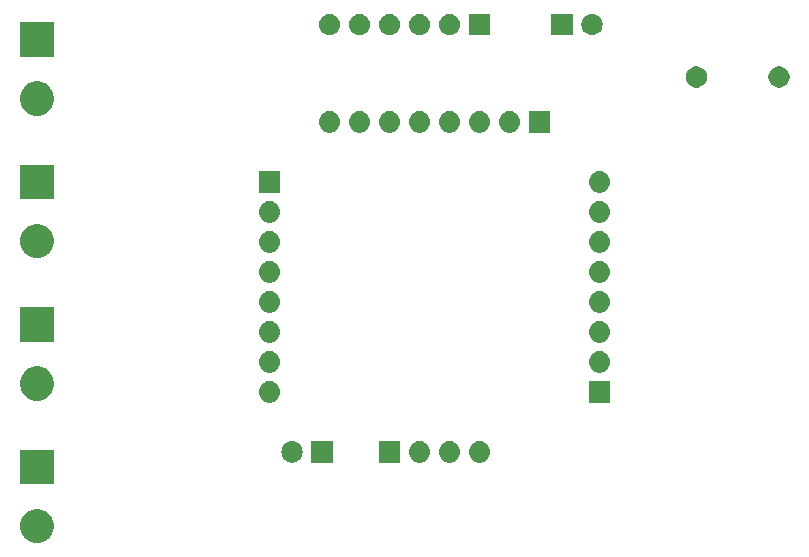
<source format=gbr>
G04 #@! TF.GenerationSoftware,KiCad,Pcbnew,(5.1.0-rc1-103-gc65c7d3de)*
G04 #@! TF.CreationDate,2019-08-30T11:30:51+02:00
G04 #@! TF.ProjectId,pinballControlUnit,70696e62-616c-46c4-936f-6e74726f6c55,rev?*
G04 #@! TF.SameCoordinates,Original*
G04 #@! TF.FileFunction,Soldermask,Bot*
G04 #@! TF.FilePolarity,Negative*
%FSLAX46Y46*%
G04 Gerber Fmt 4.6, Leading zero omitted, Abs format (unit mm)*
G04 Created by KiCad (PCBNEW (5.1.0-rc1-103-gc65c7d3de)) date 2019-08-30 11:30:51*
%MOMM*%
%LPD*%
G04 APERTURE LIST*
%ADD10C,0.100000*%
G04 APERTURE END LIST*
D10*
G36*
X68368241Y-105839760D02*
G01*
X68632305Y-105949139D01*
X68869958Y-106107934D01*
X69072066Y-106310042D01*
X69230861Y-106547695D01*
X69340240Y-106811759D01*
X69396000Y-107092088D01*
X69396000Y-107377912D01*
X69340240Y-107658241D01*
X69230861Y-107922305D01*
X69072066Y-108159958D01*
X68869958Y-108362066D01*
X68632305Y-108520861D01*
X68368241Y-108630240D01*
X68087912Y-108686000D01*
X67802088Y-108686000D01*
X67521759Y-108630240D01*
X67257695Y-108520861D01*
X67020042Y-108362066D01*
X66817934Y-108159958D01*
X66659139Y-107922305D01*
X66549760Y-107658241D01*
X66494000Y-107377912D01*
X66494000Y-107092088D01*
X66549760Y-106811759D01*
X66659139Y-106547695D01*
X66817934Y-106310042D01*
X67020042Y-106107934D01*
X67257695Y-105949139D01*
X67521759Y-105839760D01*
X67802088Y-105784000D01*
X68087912Y-105784000D01*
X68368241Y-105839760D01*
X68368241Y-105839760D01*
G37*
G36*
X69396000Y-103686000D02*
G01*
X66494000Y-103686000D01*
X66494000Y-100784000D01*
X69396000Y-100784000D01*
X69396000Y-103686000D01*
X69396000Y-103686000D01*
G37*
G36*
X100440442Y-100070518D02*
G01*
X100506627Y-100077037D01*
X100676466Y-100128557D01*
X100832991Y-100212222D01*
X100868729Y-100241552D01*
X100970186Y-100324814D01*
X101053448Y-100426271D01*
X101082778Y-100462009D01*
X101166443Y-100618534D01*
X101217963Y-100788373D01*
X101235359Y-100965000D01*
X101217963Y-101141627D01*
X101166443Y-101311466D01*
X101082778Y-101467991D01*
X101053448Y-101503729D01*
X100970186Y-101605186D01*
X100868729Y-101688448D01*
X100832991Y-101717778D01*
X100676466Y-101801443D01*
X100506627Y-101852963D01*
X100440443Y-101859481D01*
X100374260Y-101866000D01*
X100285740Y-101866000D01*
X100219558Y-101859482D01*
X100153373Y-101852963D01*
X99983534Y-101801443D01*
X99827009Y-101717778D01*
X99791271Y-101688448D01*
X99689814Y-101605186D01*
X99606552Y-101503729D01*
X99577222Y-101467991D01*
X99493557Y-101311466D01*
X99442037Y-101141627D01*
X99424641Y-100965000D01*
X99442037Y-100788373D01*
X99493557Y-100618534D01*
X99577222Y-100462009D01*
X99606552Y-100426271D01*
X99689814Y-100324814D01*
X99791271Y-100241552D01*
X99827009Y-100212222D01*
X99983534Y-100128557D01*
X100153373Y-100077037D01*
X100219557Y-100070519D01*
X100285740Y-100064000D01*
X100374260Y-100064000D01*
X100440442Y-100070518D01*
X100440442Y-100070518D01*
G37*
G36*
X98691000Y-101866000D02*
G01*
X96889000Y-101866000D01*
X96889000Y-100064000D01*
X98691000Y-100064000D01*
X98691000Y-101866000D01*
X98691000Y-101866000D01*
G37*
G36*
X92976000Y-101866000D02*
G01*
X91174000Y-101866000D01*
X91174000Y-100064000D01*
X92976000Y-100064000D01*
X92976000Y-101866000D01*
X92976000Y-101866000D01*
G37*
G36*
X89645442Y-100070518D02*
G01*
X89711627Y-100077037D01*
X89881466Y-100128557D01*
X90037991Y-100212222D01*
X90073729Y-100241552D01*
X90175186Y-100324814D01*
X90258448Y-100426271D01*
X90287778Y-100462009D01*
X90371443Y-100618534D01*
X90422963Y-100788373D01*
X90440359Y-100965000D01*
X90422963Y-101141627D01*
X90371443Y-101311466D01*
X90287778Y-101467991D01*
X90258448Y-101503729D01*
X90175186Y-101605186D01*
X90073729Y-101688448D01*
X90037991Y-101717778D01*
X89881466Y-101801443D01*
X89711627Y-101852963D01*
X89645443Y-101859481D01*
X89579260Y-101866000D01*
X89490740Y-101866000D01*
X89424558Y-101859482D01*
X89358373Y-101852963D01*
X89188534Y-101801443D01*
X89032009Y-101717778D01*
X88996271Y-101688448D01*
X88894814Y-101605186D01*
X88811552Y-101503729D01*
X88782222Y-101467991D01*
X88698557Y-101311466D01*
X88647037Y-101141627D01*
X88629641Y-100965000D01*
X88647037Y-100788373D01*
X88698557Y-100618534D01*
X88782222Y-100462009D01*
X88811552Y-100426271D01*
X88894814Y-100324814D01*
X88996271Y-100241552D01*
X89032009Y-100212222D01*
X89188534Y-100128557D01*
X89358373Y-100077037D01*
X89424557Y-100070519D01*
X89490740Y-100064000D01*
X89579260Y-100064000D01*
X89645442Y-100070518D01*
X89645442Y-100070518D01*
G37*
G36*
X105520442Y-100070518D02*
G01*
X105586627Y-100077037D01*
X105756466Y-100128557D01*
X105912991Y-100212222D01*
X105948729Y-100241552D01*
X106050186Y-100324814D01*
X106133448Y-100426271D01*
X106162778Y-100462009D01*
X106246443Y-100618534D01*
X106297963Y-100788373D01*
X106315359Y-100965000D01*
X106297963Y-101141627D01*
X106246443Y-101311466D01*
X106162778Y-101467991D01*
X106133448Y-101503729D01*
X106050186Y-101605186D01*
X105948729Y-101688448D01*
X105912991Y-101717778D01*
X105756466Y-101801443D01*
X105586627Y-101852963D01*
X105520443Y-101859481D01*
X105454260Y-101866000D01*
X105365740Y-101866000D01*
X105299558Y-101859482D01*
X105233373Y-101852963D01*
X105063534Y-101801443D01*
X104907009Y-101717778D01*
X104871271Y-101688448D01*
X104769814Y-101605186D01*
X104686552Y-101503729D01*
X104657222Y-101467991D01*
X104573557Y-101311466D01*
X104522037Y-101141627D01*
X104504641Y-100965000D01*
X104522037Y-100788373D01*
X104573557Y-100618534D01*
X104657222Y-100462009D01*
X104686552Y-100426271D01*
X104769814Y-100324814D01*
X104871271Y-100241552D01*
X104907009Y-100212222D01*
X105063534Y-100128557D01*
X105233373Y-100077037D01*
X105299557Y-100070519D01*
X105365740Y-100064000D01*
X105454260Y-100064000D01*
X105520442Y-100070518D01*
X105520442Y-100070518D01*
G37*
G36*
X102980442Y-100070518D02*
G01*
X103046627Y-100077037D01*
X103216466Y-100128557D01*
X103372991Y-100212222D01*
X103408729Y-100241552D01*
X103510186Y-100324814D01*
X103593448Y-100426271D01*
X103622778Y-100462009D01*
X103706443Y-100618534D01*
X103757963Y-100788373D01*
X103775359Y-100965000D01*
X103757963Y-101141627D01*
X103706443Y-101311466D01*
X103622778Y-101467991D01*
X103593448Y-101503729D01*
X103510186Y-101605186D01*
X103408729Y-101688448D01*
X103372991Y-101717778D01*
X103216466Y-101801443D01*
X103046627Y-101852963D01*
X102980443Y-101859481D01*
X102914260Y-101866000D01*
X102825740Y-101866000D01*
X102759558Y-101859482D01*
X102693373Y-101852963D01*
X102523534Y-101801443D01*
X102367009Y-101717778D01*
X102331271Y-101688448D01*
X102229814Y-101605186D01*
X102146552Y-101503729D01*
X102117222Y-101467991D01*
X102033557Y-101311466D01*
X101982037Y-101141627D01*
X101964641Y-100965000D01*
X101982037Y-100788373D01*
X102033557Y-100618534D01*
X102117222Y-100462009D01*
X102146552Y-100426271D01*
X102229814Y-100324814D01*
X102331271Y-100241552D01*
X102367009Y-100212222D01*
X102523534Y-100128557D01*
X102693373Y-100077037D01*
X102759557Y-100070519D01*
X102825740Y-100064000D01*
X102914260Y-100064000D01*
X102980442Y-100070518D01*
X102980442Y-100070518D01*
G37*
G36*
X87740443Y-94990519D02*
G01*
X87806627Y-94997037D01*
X87976466Y-95048557D01*
X88132991Y-95132222D01*
X88168729Y-95161552D01*
X88270186Y-95244814D01*
X88353448Y-95346271D01*
X88382778Y-95382009D01*
X88466443Y-95538534D01*
X88517963Y-95708373D01*
X88535359Y-95885000D01*
X88517963Y-96061627D01*
X88466443Y-96231466D01*
X88382778Y-96387991D01*
X88353448Y-96423729D01*
X88270186Y-96525186D01*
X88168729Y-96608448D01*
X88132991Y-96637778D01*
X87976466Y-96721443D01*
X87806627Y-96772963D01*
X87740442Y-96779482D01*
X87674260Y-96786000D01*
X87585740Y-96786000D01*
X87519558Y-96779482D01*
X87453373Y-96772963D01*
X87283534Y-96721443D01*
X87127009Y-96637778D01*
X87091271Y-96608448D01*
X86989814Y-96525186D01*
X86906552Y-96423729D01*
X86877222Y-96387991D01*
X86793557Y-96231466D01*
X86742037Y-96061627D01*
X86724641Y-95885000D01*
X86742037Y-95708373D01*
X86793557Y-95538534D01*
X86877222Y-95382009D01*
X86906552Y-95346271D01*
X86989814Y-95244814D01*
X87091271Y-95161552D01*
X87127009Y-95132222D01*
X87283534Y-95048557D01*
X87453373Y-94997037D01*
X87519557Y-94990519D01*
X87585740Y-94984000D01*
X87674260Y-94984000D01*
X87740443Y-94990519D01*
X87740443Y-94990519D01*
G37*
G36*
X116471000Y-96786000D02*
G01*
X114669000Y-96786000D01*
X114669000Y-94984000D01*
X116471000Y-94984000D01*
X116471000Y-96786000D01*
X116471000Y-96786000D01*
G37*
G36*
X68368241Y-93774760D02*
G01*
X68632305Y-93884139D01*
X68869958Y-94042934D01*
X69072066Y-94245042D01*
X69230861Y-94482695D01*
X69340240Y-94746759D01*
X69396000Y-95027088D01*
X69396000Y-95312912D01*
X69340240Y-95593241D01*
X69230861Y-95857305D01*
X69072066Y-96094958D01*
X68869958Y-96297066D01*
X68632305Y-96455861D01*
X68368241Y-96565240D01*
X68087912Y-96621000D01*
X67802088Y-96621000D01*
X67521759Y-96565240D01*
X67257695Y-96455861D01*
X67020042Y-96297066D01*
X66817934Y-96094958D01*
X66659139Y-95857305D01*
X66549760Y-95593241D01*
X66494000Y-95312912D01*
X66494000Y-95027088D01*
X66549760Y-94746759D01*
X66659139Y-94482695D01*
X66817934Y-94245042D01*
X67020042Y-94042934D01*
X67257695Y-93884139D01*
X67521759Y-93774760D01*
X67802088Y-93719000D01*
X68087912Y-93719000D01*
X68368241Y-93774760D01*
X68368241Y-93774760D01*
G37*
G36*
X87740443Y-92450519D02*
G01*
X87806627Y-92457037D01*
X87976466Y-92508557D01*
X88132991Y-92592222D01*
X88168729Y-92621552D01*
X88270186Y-92704814D01*
X88353448Y-92806271D01*
X88382778Y-92842009D01*
X88466443Y-92998534D01*
X88517963Y-93168373D01*
X88535359Y-93345000D01*
X88517963Y-93521627D01*
X88466443Y-93691466D01*
X88382778Y-93847991D01*
X88353448Y-93883729D01*
X88270186Y-93985186D01*
X88168729Y-94068448D01*
X88132991Y-94097778D01*
X87976466Y-94181443D01*
X87806627Y-94232963D01*
X87740443Y-94239481D01*
X87674260Y-94246000D01*
X87585740Y-94246000D01*
X87519557Y-94239481D01*
X87453373Y-94232963D01*
X87283534Y-94181443D01*
X87127009Y-94097778D01*
X87091271Y-94068448D01*
X86989814Y-93985186D01*
X86906552Y-93883729D01*
X86877222Y-93847991D01*
X86793557Y-93691466D01*
X86742037Y-93521627D01*
X86724641Y-93345000D01*
X86742037Y-93168373D01*
X86793557Y-92998534D01*
X86877222Y-92842009D01*
X86906552Y-92806271D01*
X86989814Y-92704814D01*
X87091271Y-92621552D01*
X87127009Y-92592222D01*
X87283534Y-92508557D01*
X87453373Y-92457037D01*
X87519557Y-92450519D01*
X87585740Y-92444000D01*
X87674260Y-92444000D01*
X87740443Y-92450519D01*
X87740443Y-92450519D01*
G37*
G36*
X115680443Y-92450519D02*
G01*
X115746627Y-92457037D01*
X115916466Y-92508557D01*
X116072991Y-92592222D01*
X116108729Y-92621552D01*
X116210186Y-92704814D01*
X116293448Y-92806271D01*
X116322778Y-92842009D01*
X116406443Y-92998534D01*
X116457963Y-93168373D01*
X116475359Y-93345000D01*
X116457963Y-93521627D01*
X116406443Y-93691466D01*
X116322778Y-93847991D01*
X116293448Y-93883729D01*
X116210186Y-93985186D01*
X116108729Y-94068448D01*
X116072991Y-94097778D01*
X115916466Y-94181443D01*
X115746627Y-94232963D01*
X115680443Y-94239481D01*
X115614260Y-94246000D01*
X115525740Y-94246000D01*
X115459557Y-94239481D01*
X115393373Y-94232963D01*
X115223534Y-94181443D01*
X115067009Y-94097778D01*
X115031271Y-94068448D01*
X114929814Y-93985186D01*
X114846552Y-93883729D01*
X114817222Y-93847991D01*
X114733557Y-93691466D01*
X114682037Y-93521627D01*
X114664641Y-93345000D01*
X114682037Y-93168373D01*
X114733557Y-92998534D01*
X114817222Y-92842009D01*
X114846552Y-92806271D01*
X114929814Y-92704814D01*
X115031271Y-92621552D01*
X115067009Y-92592222D01*
X115223534Y-92508557D01*
X115393373Y-92457037D01*
X115459557Y-92450519D01*
X115525740Y-92444000D01*
X115614260Y-92444000D01*
X115680443Y-92450519D01*
X115680443Y-92450519D01*
G37*
G36*
X87740442Y-89910518D02*
G01*
X87806627Y-89917037D01*
X87976466Y-89968557D01*
X88132991Y-90052222D01*
X88168729Y-90081552D01*
X88270186Y-90164814D01*
X88353448Y-90266271D01*
X88382778Y-90302009D01*
X88466443Y-90458534D01*
X88517963Y-90628373D01*
X88535359Y-90805000D01*
X88517963Y-90981627D01*
X88466443Y-91151466D01*
X88382778Y-91307991D01*
X88353448Y-91343729D01*
X88270186Y-91445186D01*
X88168729Y-91528448D01*
X88132991Y-91557778D01*
X87976466Y-91641443D01*
X87806627Y-91692963D01*
X87740442Y-91699482D01*
X87674260Y-91706000D01*
X87585740Y-91706000D01*
X87519558Y-91699482D01*
X87453373Y-91692963D01*
X87283534Y-91641443D01*
X87127009Y-91557778D01*
X87091271Y-91528448D01*
X86989814Y-91445186D01*
X86906552Y-91343729D01*
X86877222Y-91307991D01*
X86793557Y-91151466D01*
X86742037Y-90981627D01*
X86724641Y-90805000D01*
X86742037Y-90628373D01*
X86793557Y-90458534D01*
X86877222Y-90302009D01*
X86906552Y-90266271D01*
X86989814Y-90164814D01*
X87091271Y-90081552D01*
X87127009Y-90052222D01*
X87283534Y-89968557D01*
X87453373Y-89917037D01*
X87519558Y-89910518D01*
X87585740Y-89904000D01*
X87674260Y-89904000D01*
X87740442Y-89910518D01*
X87740442Y-89910518D01*
G37*
G36*
X115680442Y-89910518D02*
G01*
X115746627Y-89917037D01*
X115916466Y-89968557D01*
X116072991Y-90052222D01*
X116108729Y-90081552D01*
X116210186Y-90164814D01*
X116293448Y-90266271D01*
X116322778Y-90302009D01*
X116406443Y-90458534D01*
X116457963Y-90628373D01*
X116475359Y-90805000D01*
X116457963Y-90981627D01*
X116406443Y-91151466D01*
X116322778Y-91307991D01*
X116293448Y-91343729D01*
X116210186Y-91445186D01*
X116108729Y-91528448D01*
X116072991Y-91557778D01*
X115916466Y-91641443D01*
X115746627Y-91692963D01*
X115680442Y-91699482D01*
X115614260Y-91706000D01*
X115525740Y-91706000D01*
X115459558Y-91699482D01*
X115393373Y-91692963D01*
X115223534Y-91641443D01*
X115067009Y-91557778D01*
X115031271Y-91528448D01*
X114929814Y-91445186D01*
X114846552Y-91343729D01*
X114817222Y-91307991D01*
X114733557Y-91151466D01*
X114682037Y-90981627D01*
X114664641Y-90805000D01*
X114682037Y-90628373D01*
X114733557Y-90458534D01*
X114817222Y-90302009D01*
X114846552Y-90266271D01*
X114929814Y-90164814D01*
X115031271Y-90081552D01*
X115067009Y-90052222D01*
X115223534Y-89968557D01*
X115393373Y-89917037D01*
X115459558Y-89910518D01*
X115525740Y-89904000D01*
X115614260Y-89904000D01*
X115680442Y-89910518D01*
X115680442Y-89910518D01*
G37*
G36*
X69396000Y-91621000D02*
G01*
X66494000Y-91621000D01*
X66494000Y-88719000D01*
X69396000Y-88719000D01*
X69396000Y-91621000D01*
X69396000Y-91621000D01*
G37*
G36*
X115680443Y-87370519D02*
G01*
X115746627Y-87377037D01*
X115916466Y-87428557D01*
X116072991Y-87512222D01*
X116108729Y-87541552D01*
X116210186Y-87624814D01*
X116293448Y-87726271D01*
X116322778Y-87762009D01*
X116406443Y-87918534D01*
X116457963Y-88088373D01*
X116475359Y-88265000D01*
X116457963Y-88441627D01*
X116406443Y-88611466D01*
X116322778Y-88767991D01*
X116293448Y-88803729D01*
X116210186Y-88905186D01*
X116108729Y-88988448D01*
X116072991Y-89017778D01*
X115916466Y-89101443D01*
X115746627Y-89152963D01*
X115680443Y-89159481D01*
X115614260Y-89166000D01*
X115525740Y-89166000D01*
X115459557Y-89159481D01*
X115393373Y-89152963D01*
X115223534Y-89101443D01*
X115067009Y-89017778D01*
X115031271Y-88988448D01*
X114929814Y-88905186D01*
X114846552Y-88803729D01*
X114817222Y-88767991D01*
X114733557Y-88611466D01*
X114682037Y-88441627D01*
X114664641Y-88265000D01*
X114682037Y-88088373D01*
X114733557Y-87918534D01*
X114817222Y-87762009D01*
X114846552Y-87726271D01*
X114929814Y-87624814D01*
X115031271Y-87541552D01*
X115067009Y-87512222D01*
X115223534Y-87428557D01*
X115393373Y-87377037D01*
X115459557Y-87370519D01*
X115525740Y-87364000D01*
X115614260Y-87364000D01*
X115680443Y-87370519D01*
X115680443Y-87370519D01*
G37*
G36*
X87740443Y-87370519D02*
G01*
X87806627Y-87377037D01*
X87976466Y-87428557D01*
X88132991Y-87512222D01*
X88168729Y-87541552D01*
X88270186Y-87624814D01*
X88353448Y-87726271D01*
X88382778Y-87762009D01*
X88466443Y-87918534D01*
X88517963Y-88088373D01*
X88535359Y-88265000D01*
X88517963Y-88441627D01*
X88466443Y-88611466D01*
X88382778Y-88767991D01*
X88353448Y-88803729D01*
X88270186Y-88905186D01*
X88168729Y-88988448D01*
X88132991Y-89017778D01*
X87976466Y-89101443D01*
X87806627Y-89152963D01*
X87740443Y-89159481D01*
X87674260Y-89166000D01*
X87585740Y-89166000D01*
X87519557Y-89159481D01*
X87453373Y-89152963D01*
X87283534Y-89101443D01*
X87127009Y-89017778D01*
X87091271Y-88988448D01*
X86989814Y-88905186D01*
X86906552Y-88803729D01*
X86877222Y-88767991D01*
X86793557Y-88611466D01*
X86742037Y-88441627D01*
X86724641Y-88265000D01*
X86742037Y-88088373D01*
X86793557Y-87918534D01*
X86877222Y-87762009D01*
X86906552Y-87726271D01*
X86989814Y-87624814D01*
X87091271Y-87541552D01*
X87127009Y-87512222D01*
X87283534Y-87428557D01*
X87453373Y-87377037D01*
X87519557Y-87370519D01*
X87585740Y-87364000D01*
X87674260Y-87364000D01*
X87740443Y-87370519D01*
X87740443Y-87370519D01*
G37*
G36*
X115680443Y-84830519D02*
G01*
X115746627Y-84837037D01*
X115916466Y-84888557D01*
X116072991Y-84972222D01*
X116108729Y-85001552D01*
X116210186Y-85084814D01*
X116293448Y-85186271D01*
X116322778Y-85222009D01*
X116406443Y-85378534D01*
X116457963Y-85548373D01*
X116475359Y-85725000D01*
X116457963Y-85901627D01*
X116406443Y-86071466D01*
X116322778Y-86227991D01*
X116293448Y-86263729D01*
X116210186Y-86365186D01*
X116108729Y-86448448D01*
X116072991Y-86477778D01*
X115916466Y-86561443D01*
X115746627Y-86612963D01*
X115680442Y-86619482D01*
X115614260Y-86626000D01*
X115525740Y-86626000D01*
X115459558Y-86619482D01*
X115393373Y-86612963D01*
X115223534Y-86561443D01*
X115067009Y-86477778D01*
X115031271Y-86448448D01*
X114929814Y-86365186D01*
X114846552Y-86263729D01*
X114817222Y-86227991D01*
X114733557Y-86071466D01*
X114682037Y-85901627D01*
X114664641Y-85725000D01*
X114682037Y-85548373D01*
X114733557Y-85378534D01*
X114817222Y-85222009D01*
X114846552Y-85186271D01*
X114929814Y-85084814D01*
X115031271Y-85001552D01*
X115067009Y-84972222D01*
X115223534Y-84888557D01*
X115393373Y-84837037D01*
X115459557Y-84830519D01*
X115525740Y-84824000D01*
X115614260Y-84824000D01*
X115680443Y-84830519D01*
X115680443Y-84830519D01*
G37*
G36*
X87740443Y-84830519D02*
G01*
X87806627Y-84837037D01*
X87976466Y-84888557D01*
X88132991Y-84972222D01*
X88168729Y-85001552D01*
X88270186Y-85084814D01*
X88353448Y-85186271D01*
X88382778Y-85222009D01*
X88466443Y-85378534D01*
X88517963Y-85548373D01*
X88535359Y-85725000D01*
X88517963Y-85901627D01*
X88466443Y-86071466D01*
X88382778Y-86227991D01*
X88353448Y-86263729D01*
X88270186Y-86365186D01*
X88168729Y-86448448D01*
X88132991Y-86477778D01*
X87976466Y-86561443D01*
X87806627Y-86612963D01*
X87740442Y-86619482D01*
X87674260Y-86626000D01*
X87585740Y-86626000D01*
X87519558Y-86619482D01*
X87453373Y-86612963D01*
X87283534Y-86561443D01*
X87127009Y-86477778D01*
X87091271Y-86448448D01*
X86989814Y-86365186D01*
X86906552Y-86263729D01*
X86877222Y-86227991D01*
X86793557Y-86071466D01*
X86742037Y-85901627D01*
X86724641Y-85725000D01*
X86742037Y-85548373D01*
X86793557Y-85378534D01*
X86877222Y-85222009D01*
X86906552Y-85186271D01*
X86989814Y-85084814D01*
X87091271Y-85001552D01*
X87127009Y-84972222D01*
X87283534Y-84888557D01*
X87453373Y-84837037D01*
X87519557Y-84830519D01*
X87585740Y-84824000D01*
X87674260Y-84824000D01*
X87740443Y-84830519D01*
X87740443Y-84830519D01*
G37*
G36*
X68368241Y-81709760D02*
G01*
X68632305Y-81819139D01*
X68869958Y-81977934D01*
X69072066Y-82180042D01*
X69230861Y-82417695D01*
X69340240Y-82681759D01*
X69396000Y-82962088D01*
X69396000Y-83247912D01*
X69340240Y-83528241D01*
X69230861Y-83792305D01*
X69072066Y-84029958D01*
X68869958Y-84232066D01*
X68632305Y-84390861D01*
X68368241Y-84500240D01*
X68087912Y-84556000D01*
X67802088Y-84556000D01*
X67521759Y-84500240D01*
X67257695Y-84390861D01*
X67020042Y-84232066D01*
X66817934Y-84029958D01*
X66659139Y-83792305D01*
X66549760Y-83528241D01*
X66494000Y-83247912D01*
X66494000Y-82962088D01*
X66549760Y-82681759D01*
X66659139Y-82417695D01*
X66817934Y-82180042D01*
X67020042Y-81977934D01*
X67257695Y-81819139D01*
X67521759Y-81709760D01*
X67802088Y-81654000D01*
X68087912Y-81654000D01*
X68368241Y-81709760D01*
X68368241Y-81709760D01*
G37*
G36*
X115680443Y-82290519D02*
G01*
X115746627Y-82297037D01*
X115916466Y-82348557D01*
X116072991Y-82432222D01*
X116108729Y-82461552D01*
X116210186Y-82544814D01*
X116293448Y-82646271D01*
X116322778Y-82682009D01*
X116406443Y-82838534D01*
X116457963Y-83008373D01*
X116475359Y-83185000D01*
X116457963Y-83361627D01*
X116406443Y-83531466D01*
X116322778Y-83687991D01*
X116293448Y-83723729D01*
X116210186Y-83825186D01*
X116108729Y-83908448D01*
X116072991Y-83937778D01*
X115916466Y-84021443D01*
X115746627Y-84072963D01*
X115680443Y-84079481D01*
X115614260Y-84086000D01*
X115525740Y-84086000D01*
X115459557Y-84079481D01*
X115393373Y-84072963D01*
X115223534Y-84021443D01*
X115067009Y-83937778D01*
X115031271Y-83908448D01*
X114929814Y-83825186D01*
X114846552Y-83723729D01*
X114817222Y-83687991D01*
X114733557Y-83531466D01*
X114682037Y-83361627D01*
X114664641Y-83185000D01*
X114682037Y-83008373D01*
X114733557Y-82838534D01*
X114817222Y-82682009D01*
X114846552Y-82646271D01*
X114929814Y-82544814D01*
X115031271Y-82461552D01*
X115067009Y-82432222D01*
X115223534Y-82348557D01*
X115393373Y-82297037D01*
X115459557Y-82290519D01*
X115525740Y-82284000D01*
X115614260Y-82284000D01*
X115680443Y-82290519D01*
X115680443Y-82290519D01*
G37*
G36*
X87740443Y-82290519D02*
G01*
X87806627Y-82297037D01*
X87976466Y-82348557D01*
X88132991Y-82432222D01*
X88168729Y-82461552D01*
X88270186Y-82544814D01*
X88353448Y-82646271D01*
X88382778Y-82682009D01*
X88466443Y-82838534D01*
X88517963Y-83008373D01*
X88535359Y-83185000D01*
X88517963Y-83361627D01*
X88466443Y-83531466D01*
X88382778Y-83687991D01*
X88353448Y-83723729D01*
X88270186Y-83825186D01*
X88168729Y-83908448D01*
X88132991Y-83937778D01*
X87976466Y-84021443D01*
X87806627Y-84072963D01*
X87740443Y-84079481D01*
X87674260Y-84086000D01*
X87585740Y-84086000D01*
X87519557Y-84079481D01*
X87453373Y-84072963D01*
X87283534Y-84021443D01*
X87127009Y-83937778D01*
X87091271Y-83908448D01*
X86989814Y-83825186D01*
X86906552Y-83723729D01*
X86877222Y-83687991D01*
X86793557Y-83531466D01*
X86742037Y-83361627D01*
X86724641Y-83185000D01*
X86742037Y-83008373D01*
X86793557Y-82838534D01*
X86877222Y-82682009D01*
X86906552Y-82646271D01*
X86989814Y-82544814D01*
X87091271Y-82461552D01*
X87127009Y-82432222D01*
X87283534Y-82348557D01*
X87453373Y-82297037D01*
X87519557Y-82290519D01*
X87585740Y-82284000D01*
X87674260Y-82284000D01*
X87740443Y-82290519D01*
X87740443Y-82290519D01*
G37*
G36*
X115680442Y-79750518D02*
G01*
X115746627Y-79757037D01*
X115916466Y-79808557D01*
X116072991Y-79892222D01*
X116108729Y-79921552D01*
X116210186Y-80004814D01*
X116293448Y-80106271D01*
X116322778Y-80142009D01*
X116406443Y-80298534D01*
X116457963Y-80468373D01*
X116475359Y-80645000D01*
X116457963Y-80821627D01*
X116406443Y-80991466D01*
X116322778Y-81147991D01*
X116293448Y-81183729D01*
X116210186Y-81285186D01*
X116108729Y-81368448D01*
X116072991Y-81397778D01*
X115916466Y-81481443D01*
X115746627Y-81532963D01*
X115680442Y-81539482D01*
X115614260Y-81546000D01*
X115525740Y-81546000D01*
X115459558Y-81539482D01*
X115393373Y-81532963D01*
X115223534Y-81481443D01*
X115067009Y-81397778D01*
X115031271Y-81368448D01*
X114929814Y-81285186D01*
X114846552Y-81183729D01*
X114817222Y-81147991D01*
X114733557Y-80991466D01*
X114682037Y-80821627D01*
X114664641Y-80645000D01*
X114682037Y-80468373D01*
X114733557Y-80298534D01*
X114817222Y-80142009D01*
X114846552Y-80106271D01*
X114929814Y-80004814D01*
X115031271Y-79921552D01*
X115067009Y-79892222D01*
X115223534Y-79808557D01*
X115393373Y-79757037D01*
X115459558Y-79750518D01*
X115525740Y-79744000D01*
X115614260Y-79744000D01*
X115680442Y-79750518D01*
X115680442Y-79750518D01*
G37*
G36*
X87740442Y-79750518D02*
G01*
X87806627Y-79757037D01*
X87976466Y-79808557D01*
X88132991Y-79892222D01*
X88168729Y-79921552D01*
X88270186Y-80004814D01*
X88353448Y-80106271D01*
X88382778Y-80142009D01*
X88466443Y-80298534D01*
X88517963Y-80468373D01*
X88535359Y-80645000D01*
X88517963Y-80821627D01*
X88466443Y-80991466D01*
X88382778Y-81147991D01*
X88353448Y-81183729D01*
X88270186Y-81285186D01*
X88168729Y-81368448D01*
X88132991Y-81397778D01*
X87976466Y-81481443D01*
X87806627Y-81532963D01*
X87740442Y-81539482D01*
X87674260Y-81546000D01*
X87585740Y-81546000D01*
X87519558Y-81539482D01*
X87453373Y-81532963D01*
X87283534Y-81481443D01*
X87127009Y-81397778D01*
X87091271Y-81368448D01*
X86989814Y-81285186D01*
X86906552Y-81183729D01*
X86877222Y-81147991D01*
X86793557Y-80991466D01*
X86742037Y-80821627D01*
X86724641Y-80645000D01*
X86742037Y-80468373D01*
X86793557Y-80298534D01*
X86877222Y-80142009D01*
X86906552Y-80106271D01*
X86989814Y-80004814D01*
X87091271Y-79921552D01*
X87127009Y-79892222D01*
X87283534Y-79808557D01*
X87453373Y-79757037D01*
X87519558Y-79750518D01*
X87585740Y-79744000D01*
X87674260Y-79744000D01*
X87740442Y-79750518D01*
X87740442Y-79750518D01*
G37*
G36*
X69396000Y-79556000D02*
G01*
X66494000Y-79556000D01*
X66494000Y-76654000D01*
X69396000Y-76654000D01*
X69396000Y-79556000D01*
X69396000Y-79556000D01*
G37*
G36*
X115680443Y-77210519D02*
G01*
X115746627Y-77217037D01*
X115916466Y-77268557D01*
X116072991Y-77352222D01*
X116108729Y-77381552D01*
X116210186Y-77464814D01*
X116293448Y-77566271D01*
X116322778Y-77602009D01*
X116406443Y-77758534D01*
X116457963Y-77928373D01*
X116475359Y-78105000D01*
X116457963Y-78281627D01*
X116406443Y-78451466D01*
X116322778Y-78607991D01*
X116293448Y-78643729D01*
X116210186Y-78745186D01*
X116108729Y-78828448D01*
X116072991Y-78857778D01*
X115916466Y-78941443D01*
X115746627Y-78992963D01*
X115680443Y-78999481D01*
X115614260Y-79006000D01*
X115525740Y-79006000D01*
X115459557Y-78999481D01*
X115393373Y-78992963D01*
X115223534Y-78941443D01*
X115067009Y-78857778D01*
X115031271Y-78828448D01*
X114929814Y-78745186D01*
X114846552Y-78643729D01*
X114817222Y-78607991D01*
X114733557Y-78451466D01*
X114682037Y-78281627D01*
X114664641Y-78105000D01*
X114682037Y-77928373D01*
X114733557Y-77758534D01*
X114817222Y-77602009D01*
X114846552Y-77566271D01*
X114929814Y-77464814D01*
X115031271Y-77381552D01*
X115067009Y-77352222D01*
X115223534Y-77268557D01*
X115393373Y-77217037D01*
X115459557Y-77210519D01*
X115525740Y-77204000D01*
X115614260Y-77204000D01*
X115680443Y-77210519D01*
X115680443Y-77210519D01*
G37*
G36*
X88531000Y-79006000D02*
G01*
X86729000Y-79006000D01*
X86729000Y-77204000D01*
X88531000Y-77204000D01*
X88531000Y-79006000D01*
X88531000Y-79006000D01*
G37*
G36*
X100440443Y-72130519D02*
G01*
X100506627Y-72137037D01*
X100676466Y-72188557D01*
X100832991Y-72272222D01*
X100868729Y-72301552D01*
X100970186Y-72384814D01*
X101053448Y-72486271D01*
X101082778Y-72522009D01*
X101166443Y-72678534D01*
X101217963Y-72848373D01*
X101235359Y-73025000D01*
X101217963Y-73201627D01*
X101166443Y-73371466D01*
X101082778Y-73527991D01*
X101053448Y-73563729D01*
X100970186Y-73665186D01*
X100868729Y-73748448D01*
X100832991Y-73777778D01*
X100676466Y-73861443D01*
X100506627Y-73912963D01*
X100440443Y-73919481D01*
X100374260Y-73926000D01*
X100285740Y-73926000D01*
X100219557Y-73919481D01*
X100153373Y-73912963D01*
X99983534Y-73861443D01*
X99827009Y-73777778D01*
X99791271Y-73748448D01*
X99689814Y-73665186D01*
X99606552Y-73563729D01*
X99577222Y-73527991D01*
X99493557Y-73371466D01*
X99442037Y-73201627D01*
X99424641Y-73025000D01*
X99442037Y-72848373D01*
X99493557Y-72678534D01*
X99577222Y-72522009D01*
X99606552Y-72486271D01*
X99689814Y-72384814D01*
X99791271Y-72301552D01*
X99827009Y-72272222D01*
X99983534Y-72188557D01*
X100153373Y-72137037D01*
X100219557Y-72130519D01*
X100285740Y-72124000D01*
X100374260Y-72124000D01*
X100440443Y-72130519D01*
X100440443Y-72130519D01*
G37*
G36*
X92820443Y-72130519D02*
G01*
X92886627Y-72137037D01*
X93056466Y-72188557D01*
X93212991Y-72272222D01*
X93248729Y-72301552D01*
X93350186Y-72384814D01*
X93433448Y-72486271D01*
X93462778Y-72522009D01*
X93546443Y-72678534D01*
X93597963Y-72848373D01*
X93615359Y-73025000D01*
X93597963Y-73201627D01*
X93546443Y-73371466D01*
X93462778Y-73527991D01*
X93433448Y-73563729D01*
X93350186Y-73665186D01*
X93248729Y-73748448D01*
X93212991Y-73777778D01*
X93056466Y-73861443D01*
X92886627Y-73912963D01*
X92820443Y-73919481D01*
X92754260Y-73926000D01*
X92665740Y-73926000D01*
X92599557Y-73919481D01*
X92533373Y-73912963D01*
X92363534Y-73861443D01*
X92207009Y-73777778D01*
X92171271Y-73748448D01*
X92069814Y-73665186D01*
X91986552Y-73563729D01*
X91957222Y-73527991D01*
X91873557Y-73371466D01*
X91822037Y-73201627D01*
X91804641Y-73025000D01*
X91822037Y-72848373D01*
X91873557Y-72678534D01*
X91957222Y-72522009D01*
X91986552Y-72486271D01*
X92069814Y-72384814D01*
X92171271Y-72301552D01*
X92207009Y-72272222D01*
X92363534Y-72188557D01*
X92533373Y-72137037D01*
X92599557Y-72130519D01*
X92665740Y-72124000D01*
X92754260Y-72124000D01*
X92820443Y-72130519D01*
X92820443Y-72130519D01*
G37*
G36*
X95360443Y-72130519D02*
G01*
X95426627Y-72137037D01*
X95596466Y-72188557D01*
X95752991Y-72272222D01*
X95788729Y-72301552D01*
X95890186Y-72384814D01*
X95973448Y-72486271D01*
X96002778Y-72522009D01*
X96086443Y-72678534D01*
X96137963Y-72848373D01*
X96155359Y-73025000D01*
X96137963Y-73201627D01*
X96086443Y-73371466D01*
X96002778Y-73527991D01*
X95973448Y-73563729D01*
X95890186Y-73665186D01*
X95788729Y-73748448D01*
X95752991Y-73777778D01*
X95596466Y-73861443D01*
X95426627Y-73912963D01*
X95360443Y-73919481D01*
X95294260Y-73926000D01*
X95205740Y-73926000D01*
X95139557Y-73919481D01*
X95073373Y-73912963D01*
X94903534Y-73861443D01*
X94747009Y-73777778D01*
X94711271Y-73748448D01*
X94609814Y-73665186D01*
X94526552Y-73563729D01*
X94497222Y-73527991D01*
X94413557Y-73371466D01*
X94362037Y-73201627D01*
X94344641Y-73025000D01*
X94362037Y-72848373D01*
X94413557Y-72678534D01*
X94497222Y-72522009D01*
X94526552Y-72486271D01*
X94609814Y-72384814D01*
X94711271Y-72301552D01*
X94747009Y-72272222D01*
X94903534Y-72188557D01*
X95073373Y-72137037D01*
X95139557Y-72130519D01*
X95205740Y-72124000D01*
X95294260Y-72124000D01*
X95360443Y-72130519D01*
X95360443Y-72130519D01*
G37*
G36*
X97900443Y-72130519D02*
G01*
X97966627Y-72137037D01*
X98136466Y-72188557D01*
X98292991Y-72272222D01*
X98328729Y-72301552D01*
X98430186Y-72384814D01*
X98513448Y-72486271D01*
X98542778Y-72522009D01*
X98626443Y-72678534D01*
X98677963Y-72848373D01*
X98695359Y-73025000D01*
X98677963Y-73201627D01*
X98626443Y-73371466D01*
X98542778Y-73527991D01*
X98513448Y-73563729D01*
X98430186Y-73665186D01*
X98328729Y-73748448D01*
X98292991Y-73777778D01*
X98136466Y-73861443D01*
X97966627Y-73912963D01*
X97900443Y-73919481D01*
X97834260Y-73926000D01*
X97745740Y-73926000D01*
X97679557Y-73919481D01*
X97613373Y-73912963D01*
X97443534Y-73861443D01*
X97287009Y-73777778D01*
X97251271Y-73748448D01*
X97149814Y-73665186D01*
X97066552Y-73563729D01*
X97037222Y-73527991D01*
X96953557Y-73371466D01*
X96902037Y-73201627D01*
X96884641Y-73025000D01*
X96902037Y-72848373D01*
X96953557Y-72678534D01*
X97037222Y-72522009D01*
X97066552Y-72486271D01*
X97149814Y-72384814D01*
X97251271Y-72301552D01*
X97287009Y-72272222D01*
X97443534Y-72188557D01*
X97613373Y-72137037D01*
X97679557Y-72130519D01*
X97745740Y-72124000D01*
X97834260Y-72124000D01*
X97900443Y-72130519D01*
X97900443Y-72130519D01*
G37*
G36*
X102980443Y-72130519D02*
G01*
X103046627Y-72137037D01*
X103216466Y-72188557D01*
X103372991Y-72272222D01*
X103408729Y-72301552D01*
X103510186Y-72384814D01*
X103593448Y-72486271D01*
X103622778Y-72522009D01*
X103706443Y-72678534D01*
X103757963Y-72848373D01*
X103775359Y-73025000D01*
X103757963Y-73201627D01*
X103706443Y-73371466D01*
X103622778Y-73527991D01*
X103593448Y-73563729D01*
X103510186Y-73665186D01*
X103408729Y-73748448D01*
X103372991Y-73777778D01*
X103216466Y-73861443D01*
X103046627Y-73912963D01*
X102980443Y-73919481D01*
X102914260Y-73926000D01*
X102825740Y-73926000D01*
X102759557Y-73919481D01*
X102693373Y-73912963D01*
X102523534Y-73861443D01*
X102367009Y-73777778D01*
X102331271Y-73748448D01*
X102229814Y-73665186D01*
X102146552Y-73563729D01*
X102117222Y-73527991D01*
X102033557Y-73371466D01*
X101982037Y-73201627D01*
X101964641Y-73025000D01*
X101982037Y-72848373D01*
X102033557Y-72678534D01*
X102117222Y-72522009D01*
X102146552Y-72486271D01*
X102229814Y-72384814D01*
X102331271Y-72301552D01*
X102367009Y-72272222D01*
X102523534Y-72188557D01*
X102693373Y-72137037D01*
X102759557Y-72130519D01*
X102825740Y-72124000D01*
X102914260Y-72124000D01*
X102980443Y-72130519D01*
X102980443Y-72130519D01*
G37*
G36*
X111391000Y-73926000D02*
G01*
X109589000Y-73926000D01*
X109589000Y-72124000D01*
X111391000Y-72124000D01*
X111391000Y-73926000D01*
X111391000Y-73926000D01*
G37*
G36*
X108060443Y-72130519D02*
G01*
X108126627Y-72137037D01*
X108296466Y-72188557D01*
X108452991Y-72272222D01*
X108488729Y-72301552D01*
X108590186Y-72384814D01*
X108673448Y-72486271D01*
X108702778Y-72522009D01*
X108786443Y-72678534D01*
X108837963Y-72848373D01*
X108855359Y-73025000D01*
X108837963Y-73201627D01*
X108786443Y-73371466D01*
X108702778Y-73527991D01*
X108673448Y-73563729D01*
X108590186Y-73665186D01*
X108488729Y-73748448D01*
X108452991Y-73777778D01*
X108296466Y-73861443D01*
X108126627Y-73912963D01*
X108060443Y-73919481D01*
X107994260Y-73926000D01*
X107905740Y-73926000D01*
X107839557Y-73919481D01*
X107773373Y-73912963D01*
X107603534Y-73861443D01*
X107447009Y-73777778D01*
X107411271Y-73748448D01*
X107309814Y-73665186D01*
X107226552Y-73563729D01*
X107197222Y-73527991D01*
X107113557Y-73371466D01*
X107062037Y-73201627D01*
X107044641Y-73025000D01*
X107062037Y-72848373D01*
X107113557Y-72678534D01*
X107197222Y-72522009D01*
X107226552Y-72486271D01*
X107309814Y-72384814D01*
X107411271Y-72301552D01*
X107447009Y-72272222D01*
X107603534Y-72188557D01*
X107773373Y-72137037D01*
X107839557Y-72130519D01*
X107905740Y-72124000D01*
X107994260Y-72124000D01*
X108060443Y-72130519D01*
X108060443Y-72130519D01*
G37*
G36*
X105520443Y-72130519D02*
G01*
X105586627Y-72137037D01*
X105756466Y-72188557D01*
X105912991Y-72272222D01*
X105948729Y-72301552D01*
X106050186Y-72384814D01*
X106133448Y-72486271D01*
X106162778Y-72522009D01*
X106246443Y-72678534D01*
X106297963Y-72848373D01*
X106315359Y-73025000D01*
X106297963Y-73201627D01*
X106246443Y-73371466D01*
X106162778Y-73527991D01*
X106133448Y-73563729D01*
X106050186Y-73665186D01*
X105948729Y-73748448D01*
X105912991Y-73777778D01*
X105756466Y-73861443D01*
X105586627Y-73912963D01*
X105520443Y-73919481D01*
X105454260Y-73926000D01*
X105365740Y-73926000D01*
X105299557Y-73919481D01*
X105233373Y-73912963D01*
X105063534Y-73861443D01*
X104907009Y-73777778D01*
X104871271Y-73748448D01*
X104769814Y-73665186D01*
X104686552Y-73563729D01*
X104657222Y-73527991D01*
X104573557Y-73371466D01*
X104522037Y-73201627D01*
X104504641Y-73025000D01*
X104522037Y-72848373D01*
X104573557Y-72678534D01*
X104657222Y-72522009D01*
X104686552Y-72486271D01*
X104769814Y-72384814D01*
X104871271Y-72301552D01*
X104907009Y-72272222D01*
X105063534Y-72188557D01*
X105233373Y-72137037D01*
X105299557Y-72130519D01*
X105365740Y-72124000D01*
X105454260Y-72124000D01*
X105520443Y-72130519D01*
X105520443Y-72130519D01*
G37*
G36*
X68368241Y-69644760D02*
G01*
X68632305Y-69754139D01*
X68869958Y-69912934D01*
X69072066Y-70115042D01*
X69230861Y-70352695D01*
X69340240Y-70616759D01*
X69396000Y-70897088D01*
X69396000Y-71182912D01*
X69340240Y-71463241D01*
X69230861Y-71727305D01*
X69072066Y-71964958D01*
X68869958Y-72167066D01*
X68632305Y-72325861D01*
X68368241Y-72435240D01*
X68087912Y-72491000D01*
X67802088Y-72491000D01*
X67521759Y-72435240D01*
X67257695Y-72325861D01*
X67020042Y-72167066D01*
X66817934Y-71964958D01*
X66659139Y-71727305D01*
X66549760Y-71463241D01*
X66494000Y-71182912D01*
X66494000Y-70897088D01*
X66549760Y-70616759D01*
X66659139Y-70352695D01*
X66817934Y-70115042D01*
X67020042Y-69912934D01*
X67257695Y-69754139D01*
X67521759Y-69644760D01*
X67802088Y-69589000D01*
X68087912Y-69589000D01*
X68368241Y-69644760D01*
X68368241Y-69644760D01*
G37*
G36*
X130883512Y-68318927D02*
G01*
X131032812Y-68348624D01*
X131196784Y-68416544D01*
X131344354Y-68515147D01*
X131469853Y-68640646D01*
X131568456Y-68788216D01*
X131636376Y-68952188D01*
X131671000Y-69126259D01*
X131671000Y-69303741D01*
X131636376Y-69477812D01*
X131568456Y-69641784D01*
X131469853Y-69789354D01*
X131344354Y-69914853D01*
X131196784Y-70013456D01*
X131032812Y-70081376D01*
X130883512Y-70111073D01*
X130858742Y-70116000D01*
X130681258Y-70116000D01*
X130656488Y-70111073D01*
X130507188Y-70081376D01*
X130343216Y-70013456D01*
X130195646Y-69914853D01*
X130070147Y-69789354D01*
X129971544Y-69641784D01*
X129903624Y-69477812D01*
X129869000Y-69303741D01*
X129869000Y-69126259D01*
X129903624Y-68952188D01*
X129971544Y-68788216D01*
X130070147Y-68640646D01*
X130195646Y-68515147D01*
X130343216Y-68416544D01*
X130507188Y-68348624D01*
X130656488Y-68318927D01*
X130681258Y-68314000D01*
X130858742Y-68314000D01*
X130883512Y-68318927D01*
X130883512Y-68318927D01*
G37*
G36*
X123883512Y-68318927D02*
G01*
X124032812Y-68348624D01*
X124196784Y-68416544D01*
X124344354Y-68515147D01*
X124469853Y-68640646D01*
X124568456Y-68788216D01*
X124636376Y-68952188D01*
X124671000Y-69126259D01*
X124671000Y-69303741D01*
X124636376Y-69477812D01*
X124568456Y-69641784D01*
X124469853Y-69789354D01*
X124344354Y-69914853D01*
X124196784Y-70013456D01*
X124032812Y-70081376D01*
X123883512Y-70111073D01*
X123858742Y-70116000D01*
X123681258Y-70116000D01*
X123656488Y-70111073D01*
X123507188Y-70081376D01*
X123343216Y-70013456D01*
X123195646Y-69914853D01*
X123070147Y-69789354D01*
X122971544Y-69641784D01*
X122903624Y-69477812D01*
X122869000Y-69303741D01*
X122869000Y-69126259D01*
X122903624Y-68952188D01*
X122971544Y-68788216D01*
X123070147Y-68640646D01*
X123195646Y-68515147D01*
X123343216Y-68416544D01*
X123507188Y-68348624D01*
X123656488Y-68318927D01*
X123681258Y-68314000D01*
X123858742Y-68314000D01*
X123883512Y-68318927D01*
X123883512Y-68318927D01*
G37*
G36*
X69396000Y-67491000D02*
G01*
X66494000Y-67491000D01*
X66494000Y-64589000D01*
X69396000Y-64589000D01*
X69396000Y-67491000D01*
X69396000Y-67491000D01*
G37*
G36*
X106311000Y-65671000D02*
G01*
X104509000Y-65671000D01*
X104509000Y-63869000D01*
X106311000Y-63869000D01*
X106311000Y-65671000D01*
X106311000Y-65671000D01*
G37*
G36*
X102980442Y-63875518D02*
G01*
X103046627Y-63882037D01*
X103216466Y-63933557D01*
X103372991Y-64017222D01*
X103408729Y-64046552D01*
X103510186Y-64129814D01*
X103593448Y-64231271D01*
X103622778Y-64267009D01*
X103706443Y-64423534D01*
X103757963Y-64593373D01*
X103775359Y-64770000D01*
X103757963Y-64946627D01*
X103706443Y-65116466D01*
X103622778Y-65272991D01*
X103593448Y-65308729D01*
X103510186Y-65410186D01*
X103408729Y-65493448D01*
X103372991Y-65522778D01*
X103216466Y-65606443D01*
X103046627Y-65657963D01*
X102980442Y-65664482D01*
X102914260Y-65671000D01*
X102825740Y-65671000D01*
X102759558Y-65664482D01*
X102693373Y-65657963D01*
X102523534Y-65606443D01*
X102367009Y-65522778D01*
X102331271Y-65493448D01*
X102229814Y-65410186D01*
X102146552Y-65308729D01*
X102117222Y-65272991D01*
X102033557Y-65116466D01*
X101982037Y-64946627D01*
X101964641Y-64770000D01*
X101982037Y-64593373D01*
X102033557Y-64423534D01*
X102117222Y-64267009D01*
X102146552Y-64231271D01*
X102229814Y-64129814D01*
X102331271Y-64046552D01*
X102367009Y-64017222D01*
X102523534Y-63933557D01*
X102693373Y-63882037D01*
X102759558Y-63875518D01*
X102825740Y-63869000D01*
X102914260Y-63869000D01*
X102980442Y-63875518D01*
X102980442Y-63875518D01*
G37*
G36*
X97900442Y-63875518D02*
G01*
X97966627Y-63882037D01*
X98136466Y-63933557D01*
X98292991Y-64017222D01*
X98328729Y-64046552D01*
X98430186Y-64129814D01*
X98513448Y-64231271D01*
X98542778Y-64267009D01*
X98626443Y-64423534D01*
X98677963Y-64593373D01*
X98695359Y-64770000D01*
X98677963Y-64946627D01*
X98626443Y-65116466D01*
X98542778Y-65272991D01*
X98513448Y-65308729D01*
X98430186Y-65410186D01*
X98328729Y-65493448D01*
X98292991Y-65522778D01*
X98136466Y-65606443D01*
X97966627Y-65657963D01*
X97900442Y-65664482D01*
X97834260Y-65671000D01*
X97745740Y-65671000D01*
X97679558Y-65664482D01*
X97613373Y-65657963D01*
X97443534Y-65606443D01*
X97287009Y-65522778D01*
X97251271Y-65493448D01*
X97149814Y-65410186D01*
X97066552Y-65308729D01*
X97037222Y-65272991D01*
X96953557Y-65116466D01*
X96902037Y-64946627D01*
X96884641Y-64770000D01*
X96902037Y-64593373D01*
X96953557Y-64423534D01*
X97037222Y-64267009D01*
X97066552Y-64231271D01*
X97149814Y-64129814D01*
X97251271Y-64046552D01*
X97287009Y-64017222D01*
X97443534Y-63933557D01*
X97613373Y-63882037D01*
X97679558Y-63875518D01*
X97745740Y-63869000D01*
X97834260Y-63869000D01*
X97900442Y-63875518D01*
X97900442Y-63875518D01*
G37*
G36*
X95360442Y-63875518D02*
G01*
X95426627Y-63882037D01*
X95596466Y-63933557D01*
X95752991Y-64017222D01*
X95788729Y-64046552D01*
X95890186Y-64129814D01*
X95973448Y-64231271D01*
X96002778Y-64267009D01*
X96086443Y-64423534D01*
X96137963Y-64593373D01*
X96155359Y-64770000D01*
X96137963Y-64946627D01*
X96086443Y-65116466D01*
X96002778Y-65272991D01*
X95973448Y-65308729D01*
X95890186Y-65410186D01*
X95788729Y-65493448D01*
X95752991Y-65522778D01*
X95596466Y-65606443D01*
X95426627Y-65657963D01*
X95360442Y-65664482D01*
X95294260Y-65671000D01*
X95205740Y-65671000D01*
X95139558Y-65664482D01*
X95073373Y-65657963D01*
X94903534Y-65606443D01*
X94747009Y-65522778D01*
X94711271Y-65493448D01*
X94609814Y-65410186D01*
X94526552Y-65308729D01*
X94497222Y-65272991D01*
X94413557Y-65116466D01*
X94362037Y-64946627D01*
X94344641Y-64770000D01*
X94362037Y-64593373D01*
X94413557Y-64423534D01*
X94497222Y-64267009D01*
X94526552Y-64231271D01*
X94609814Y-64129814D01*
X94711271Y-64046552D01*
X94747009Y-64017222D01*
X94903534Y-63933557D01*
X95073373Y-63882037D01*
X95139558Y-63875518D01*
X95205740Y-63869000D01*
X95294260Y-63869000D01*
X95360442Y-63875518D01*
X95360442Y-63875518D01*
G37*
G36*
X92820442Y-63875518D02*
G01*
X92886627Y-63882037D01*
X93056466Y-63933557D01*
X93212991Y-64017222D01*
X93248729Y-64046552D01*
X93350186Y-64129814D01*
X93433448Y-64231271D01*
X93462778Y-64267009D01*
X93546443Y-64423534D01*
X93597963Y-64593373D01*
X93615359Y-64770000D01*
X93597963Y-64946627D01*
X93546443Y-65116466D01*
X93462778Y-65272991D01*
X93433448Y-65308729D01*
X93350186Y-65410186D01*
X93248729Y-65493448D01*
X93212991Y-65522778D01*
X93056466Y-65606443D01*
X92886627Y-65657963D01*
X92820442Y-65664482D01*
X92754260Y-65671000D01*
X92665740Y-65671000D01*
X92599558Y-65664482D01*
X92533373Y-65657963D01*
X92363534Y-65606443D01*
X92207009Y-65522778D01*
X92171271Y-65493448D01*
X92069814Y-65410186D01*
X91986552Y-65308729D01*
X91957222Y-65272991D01*
X91873557Y-65116466D01*
X91822037Y-64946627D01*
X91804641Y-64770000D01*
X91822037Y-64593373D01*
X91873557Y-64423534D01*
X91957222Y-64267009D01*
X91986552Y-64231271D01*
X92069814Y-64129814D01*
X92171271Y-64046552D01*
X92207009Y-64017222D01*
X92363534Y-63933557D01*
X92533373Y-63882037D01*
X92599558Y-63875518D01*
X92665740Y-63869000D01*
X92754260Y-63869000D01*
X92820442Y-63875518D01*
X92820442Y-63875518D01*
G37*
G36*
X113296000Y-65671000D02*
G01*
X111494000Y-65671000D01*
X111494000Y-63869000D01*
X113296000Y-63869000D01*
X113296000Y-65671000D01*
X113296000Y-65671000D01*
G37*
G36*
X115045442Y-63875518D02*
G01*
X115111627Y-63882037D01*
X115281466Y-63933557D01*
X115437991Y-64017222D01*
X115473729Y-64046552D01*
X115575186Y-64129814D01*
X115658448Y-64231271D01*
X115687778Y-64267009D01*
X115771443Y-64423534D01*
X115822963Y-64593373D01*
X115840359Y-64770000D01*
X115822963Y-64946627D01*
X115771443Y-65116466D01*
X115687778Y-65272991D01*
X115658448Y-65308729D01*
X115575186Y-65410186D01*
X115473729Y-65493448D01*
X115437991Y-65522778D01*
X115281466Y-65606443D01*
X115111627Y-65657963D01*
X115045442Y-65664482D01*
X114979260Y-65671000D01*
X114890740Y-65671000D01*
X114824558Y-65664482D01*
X114758373Y-65657963D01*
X114588534Y-65606443D01*
X114432009Y-65522778D01*
X114396271Y-65493448D01*
X114294814Y-65410186D01*
X114211552Y-65308729D01*
X114182222Y-65272991D01*
X114098557Y-65116466D01*
X114047037Y-64946627D01*
X114029641Y-64770000D01*
X114047037Y-64593373D01*
X114098557Y-64423534D01*
X114182222Y-64267009D01*
X114211552Y-64231271D01*
X114294814Y-64129814D01*
X114396271Y-64046552D01*
X114432009Y-64017222D01*
X114588534Y-63933557D01*
X114758373Y-63882037D01*
X114824558Y-63875518D01*
X114890740Y-63869000D01*
X114979260Y-63869000D01*
X115045442Y-63875518D01*
X115045442Y-63875518D01*
G37*
G36*
X100440442Y-63875518D02*
G01*
X100506627Y-63882037D01*
X100676466Y-63933557D01*
X100832991Y-64017222D01*
X100868729Y-64046552D01*
X100970186Y-64129814D01*
X101053448Y-64231271D01*
X101082778Y-64267009D01*
X101166443Y-64423534D01*
X101217963Y-64593373D01*
X101235359Y-64770000D01*
X101217963Y-64946627D01*
X101166443Y-65116466D01*
X101082778Y-65272991D01*
X101053448Y-65308729D01*
X100970186Y-65410186D01*
X100868729Y-65493448D01*
X100832991Y-65522778D01*
X100676466Y-65606443D01*
X100506627Y-65657963D01*
X100440442Y-65664482D01*
X100374260Y-65671000D01*
X100285740Y-65671000D01*
X100219558Y-65664482D01*
X100153373Y-65657963D01*
X99983534Y-65606443D01*
X99827009Y-65522778D01*
X99791271Y-65493448D01*
X99689814Y-65410186D01*
X99606552Y-65308729D01*
X99577222Y-65272991D01*
X99493557Y-65116466D01*
X99442037Y-64946627D01*
X99424641Y-64770000D01*
X99442037Y-64593373D01*
X99493557Y-64423534D01*
X99577222Y-64267009D01*
X99606552Y-64231271D01*
X99689814Y-64129814D01*
X99791271Y-64046552D01*
X99827009Y-64017222D01*
X99983534Y-63933557D01*
X100153373Y-63882037D01*
X100219558Y-63875518D01*
X100285740Y-63869000D01*
X100374260Y-63869000D01*
X100440442Y-63875518D01*
X100440442Y-63875518D01*
G37*
M02*

</source>
